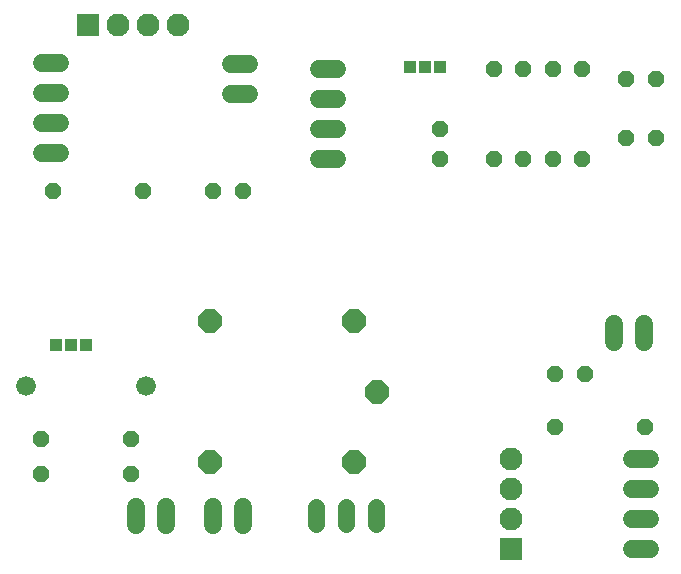
<source format=gtl>
G04 EAGLE Gerber RS-274X export*
G75*
%MOMM*%
%FSLAX34Y34*%
%LPD*%
%INTop Copper*%
%IPPOS*%
%AMOC8*
5,1,8,0,0,1.08239X$1,22.5*%
G01*
%ADD10P,1.429621X8X22.500000*%
%ADD11R,1.108000X1.108000*%
%ADD12C,1.676400*%
%ADD13P,2.110661X8X292.500000*%
%ADD14C,1.524000*%
%ADD15C,1.422400*%
%ADD16P,1.429621X8X202.500000*%
%ADD17C,1.950000*%
%ADD18R,1.950000X1.950000*%
%ADD19P,1.429621X8X292.500000*%
%ADD20P,1.429621X8X112.500000*%


D10*
X36900Y135000D03*
X113100Y135000D03*
D11*
X49600Y214600D03*
X62300Y214600D03*
X75000Y214600D03*
D12*
X24200Y180000D03*
X125800Y180000D03*
D13*
X301500Y115000D03*
X301500Y235000D03*
X321500Y175000D03*
X179500Y235000D03*
X179500Y115000D03*
D14*
X207700Y77620D02*
X207700Y62380D01*
X182300Y62380D02*
X182300Y77620D01*
X142700Y77620D02*
X142700Y62380D01*
X117300Y62380D02*
X117300Y77620D01*
D10*
X36900Y105000D03*
X113100Y105000D03*
D15*
X320400Y77112D02*
X320400Y62888D01*
X295000Y62888D02*
X295000Y77112D01*
X269600Y77112D02*
X269600Y62888D01*
D10*
X472300Y190000D03*
X497700Y190000D03*
D16*
X548100Y145000D03*
X471900Y145000D03*
D14*
X537380Y118100D02*
X552620Y118100D01*
X552620Y92700D02*
X537380Y92700D01*
X537380Y67300D02*
X552620Y67300D01*
X552620Y41900D02*
X537380Y41900D01*
D17*
X435000Y118100D03*
X435000Y92700D03*
X435000Y67300D03*
D18*
X435000Y41900D03*
D14*
X522300Y217380D02*
X522300Y232620D01*
X547700Y232620D02*
X547700Y217380D01*
D16*
X207700Y345000D03*
X182300Y345000D03*
D10*
X46900Y345000D03*
X123100Y345000D03*
D14*
X52620Y376900D02*
X37380Y376900D01*
X37380Y402300D02*
X52620Y402300D01*
X52620Y427700D02*
X37380Y427700D01*
X37380Y453100D02*
X52620Y453100D01*
D17*
X102300Y485000D03*
X127700Y485000D03*
X153100Y485000D03*
D18*
X76900Y485000D03*
D14*
X197380Y427300D02*
X212620Y427300D01*
X212620Y452700D02*
X197380Y452700D01*
D19*
X470000Y448100D03*
X470000Y371900D03*
D11*
X349600Y449600D03*
X362300Y449600D03*
X375000Y449600D03*
D10*
X532300Y440000D03*
X557700Y440000D03*
D19*
X495000Y448100D03*
X495000Y371900D03*
D16*
X557700Y390000D03*
X532300Y390000D03*
D19*
X420000Y448100D03*
X420000Y371900D03*
X375000Y397700D03*
X375000Y372300D03*
D20*
X445000Y371900D03*
X445000Y448100D03*
D14*
X287620Y371900D02*
X272380Y371900D01*
X272380Y397300D02*
X287620Y397300D01*
X287620Y422700D02*
X272380Y422700D01*
X272380Y448100D02*
X287620Y448100D01*
M02*

</source>
